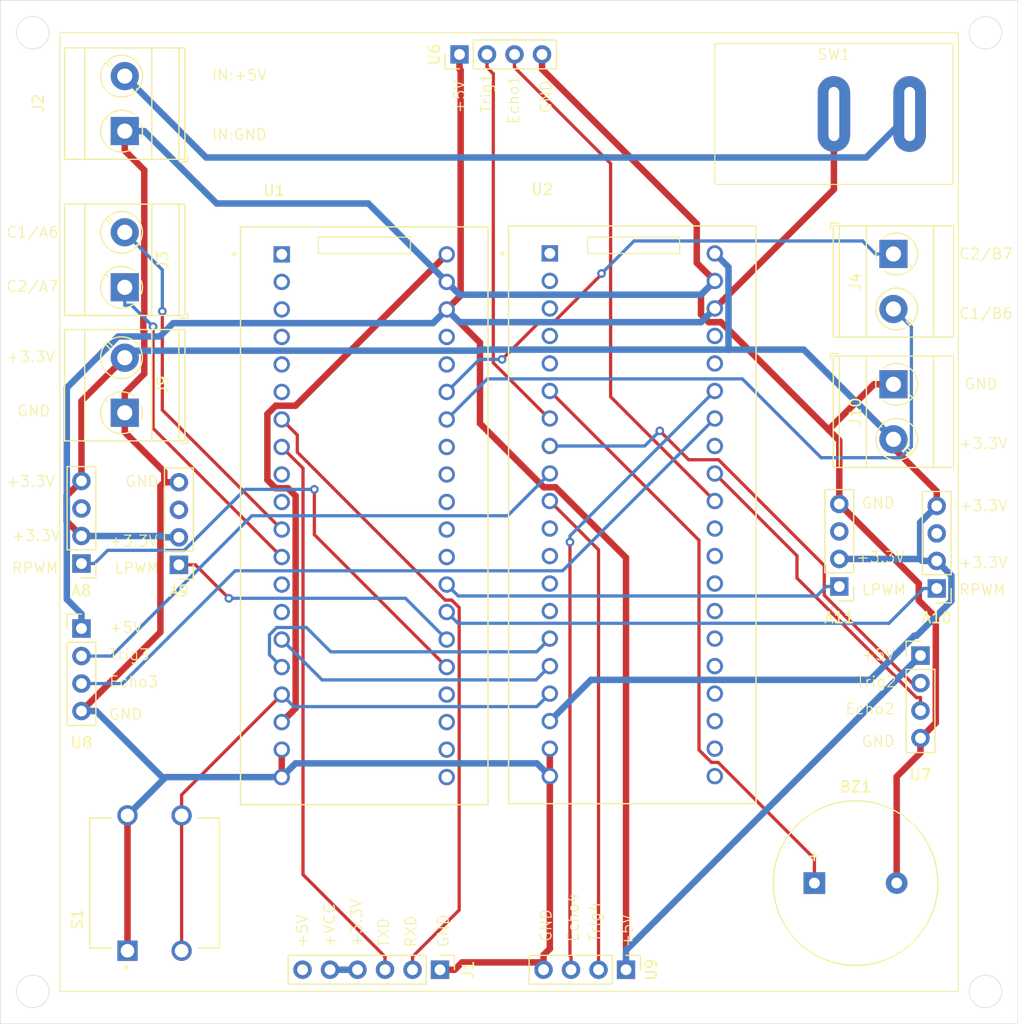
<source format=kicad_pcb>
(kicad_pcb (version 20240108) (generator "pcbnew") (generator_version "8.0")
  (layers (0 "F.Cu" signal) (31 "B.Cu" signal) (34 "B.Paste" user) (35 "F.Paste" user) (36 "B.SilkS" user "B.Silkscreen") (37 "F.SilkS" user "F.Silkscreen") (38 "B.Mask" user) (39 "F.Mask" user) (44 "Edge.Cuts" user))
  (net 0 "")
  (net 1 "/A1_MCU2")
  (net 2 "GND")
  (net 3 "+3.3V")
  (net 4 "+5V")
  (net 5 "/+3.3V_USB")
  (net 6 "/+5V_USB")
  (net 11 "/A2_TX2_MCU1")
  (net 12 "/+3.3V_MCU1")
  (net 13 "/A3_RX2_MCU1")
  (net 14 "+5VL")
  (net 16 "/R")
  (net 18 "/B7_MCU1")
  (net 20 "/A10_MCU1")
  (net 21 "/B6_MCU1")
  (net 27 "/A7_MCU1")
  (net 28 "/A8_MCU1")
  (net 32 "/A11_MCU1")
  (net 34 "/B10_TX3_MCU1")
  (net 35 "/A6_MCU1")
  (net 36 "/A9_MCU1")
  (net 44 "/B10_TX3_MCU2")
  (net 49 "/B3_MCU2")
  (net 54 "/A6_MCU2")
  (net 59 "/A3_MUC2")
  (net 63 "/A4_MCU2")
  (net 64 "/B4_MCU2")
  (net 68 "/B7_MCU2")
  (net 69 "/A5_MCU2")
  (net 71 "/B6_MCU2")
  (net 74 "/A2_MCU2")
  (footprint "Buzzer_Beeper:Buzzer_15x7.5RM7.6" (layer "F.Cu") (at 164.7 119)
    (property "Reference" "BZ1" (at 3.81 -8.89 0) (layer "F.SilkS"))
    (property "Value" "Buzzer")
    (fp_text user "+" (at -0.01 -2.54 0) (layer "F.SilkS"))
    (pad "1" thru_hole rect (at 0 0) (size 2 2) (drill 1) (layers "*.Cu" "*.Mask") (net 1 "/A1_MCU2"))
    (pad "2" thru_hole circle (at 7.6 0) (size 2 2) (drill 1) (layers "*.Cu" "*.Mask") (net 2 "GND"))
  )
  (footprint "STM32_BLUEPILL_KIT:MODULE_ZC323000" (layer "F.Cu") (at 123.12 85.09)
    (property "Reference" "U1" (at -8.325 -30.035 0) (layer "F.SilkS"))
    (property "Value" "ZC323000")
    (pad "1" thru_hole rect (at -7.62 -24.13) (size 1.508 1.508) (drill 1) (layers "*.Cu" "*.Mask"))
    (pad "2" thru_hole circle (at -7.62 -21.59) (size 1.508 1.508) (drill 1) (layers "*.Cu" "*.Mask"))
    (pad "3" thru_hole circle (at -7.62 -19.05) (size 1.508 1.508) (drill 1) (layers "*.Cu" "*.Mask"))
    (pad "4" thru_hole circle (at -7.62 -16.51) (size 1.508 1.508) (drill 1) (layers "*.Cu" "*.Mask"))
    (pad "5" thru_hole circle (at -7.62 -13.97) (size 1.508 1.508) (drill 1) (layers "*.Cu" "*.Mask"))
    (pad "6" thru_hole circle (at -7.62 -11.43) (size 1.508 1.508) (drill 1) (layers "*.Cu" "*.Mask"))
    (pad "7" thru_hole circle (at -7.62 -8.89) (size 1.508 1.508) (drill 1) (layers "*.Cu" "*.Mask") (net 11 "/A2_TX2_MCU1"))
    (pad "8" thru_hole circle (at -7.62 -6.35) (size 1.508 1.508) (drill 1) (layers "*.Cu" "*.Mask") (net 13 "/A3_RX2_MCU1"))
    (pad "9" thru_hole circle (at -7.62 -3.81) (size 1.508 1.508) (drill 1) (layers "*.Cu" "*.Mask"))
    (pad "10" thru_hole circle (at -7.62 -1.27) (size 1.508 1.508) (drill 1) (layers "*.Cu" "*.Mask"))
    (pad "11" thru_hole circle (at -7.62 1.27) (size 1.508 1.508) (drill 1) (layers "*.Cu" "*.Mask") (net 35 "/A6_MCU1"))
    (pad "12" thru_hole circle (at -7.62 3.81) (size 1.508 1.508) (drill 1) (layers "*.Cu" "*.Mask") (net 27 "/A7_MCU1"))
    (pad "13" thru_hole circle (at -7.62 6.35) (size 1.508 1.508) (drill 1) (layers "*.Cu" "*.Mask"))
    (pad "14" thru_hole circle (at -7.62 8.89) (size 1.508 1.508) (drill 1) (layers "*.Cu" "*.Mask"))
    (pad "15" thru_hole circle (at -7.62 11.43) (size 1.508 1.508) (drill 1) (layers "*.Cu" "*.Mask") (net 34 "/B10_TX3_MCU1"))
    (pad "16" thru_hole circle (at -7.62 13.97) (size 1.508 1.508) (drill 1) (layers "*.Cu" "*.Mask") (net 44 "/B10_TX3_MCU2"))
    (pad "17" thru_hole circle (at -7.62 16.51) (size 1.508 1.508) (drill 1) (layers "*.Cu" "*.Mask") (net 16 "/R"))
    (pad "18" thru_hole circle (at -7.62 19.05) (size 1.508 1.508) (drill 1) (layers "*.Cu" "*.Mask") (net 12 "/+3.3V_MCU1"))
    (pad "19" thru_hole circle (at -7.62 21.59) (size 1.508 1.508) (drill 1) (layers "*.Cu" "*.Mask") (net 2 "GND"))
    (pad "20" thru_hole circle (at -7.62 24.13) (size 1.508 1.508) (drill 1) (layers "*.Cu" "*.Mask") (net 2 "GND"))
    (pad "21" thru_hole circle (at 7.62 24.13) (size 1.508 1.508) (drill 1) (layers "*.Cu" "*.Mask"))
    (pad "22" thru_hole circle (at 7.62 21.59) (size 1.508 1.508) (drill 1) (layers "*.Cu" "*.Mask"))
    (pad "23" thru_hole circle (at 7.62 19.05) (size 1.508 1.508) (drill 1) (layers "*.Cu" "*.Mask"))
    (pad "24" thru_hole circle (at 7.62 16.51) (size 1.508 1.508) (drill 1) (layers "*.Cu" "*.Mask"))
    (pad "25" thru_hole circle (at 7.62 13.97) (size 1.508 1.508) (drill 1) (layers "*.Cu" "*.Mask") (net 28 "/A8_MCU1"))
    (pad "26" thru_hole circle (at 7.62 11.43) (size 1.508 1.508) (drill 1) (layers "*.Cu" "*.Mask") (net 36 "/A9_MCU1"))
    (pad "27" thru_hole circle (at 7.62 8.89) (size 1.508 1.508) (drill 1) (layers "*.Cu" "*.Mask") (net 20 "/A10_MCU1"))
    (pad "28" thru_hole circle (at 7.62 6.35) (size 1.508 1.508) (drill 1) (layers "*.Cu" "*.Mask") (net 32 "/A11_MCU1"))
    (pad "29" thru_hole circle (at 7.62 3.81) (size 1.508 1.508) (drill 1) (layers "*.Cu" "*.Mask"))
    (pad "30" thru_hole circle (at 7.62 1.27) (size 1.508 1.508) (drill 1) (layers "*.Cu" "*.Mask"))
    (pad "31" thru_hole circle (at 7.62 -1.27) (size 1.508 1.508) (drill 1) (layers "*.Cu" "*.Mask"))
    (pad "32" thru_hole circle (at 7.62 -3.81) (size 1.508 1.508) (drill 1) (layers "*.Cu" "*.Mask"))
    (pad "33" thru_hole circle (at 7.62 -6.35) (size 1.508 1.508) (drill 1) (layers "*.Cu" "*.Mask"))
    (pad "34" thru_hole circle (at 7.62 -8.89) (size 1.508 1.508) (drill 1) (layers "*.Cu" "*.Mask") (net 21 "/B6_MCU1"))
    (pad "35" thru_hole circle (at 7.62 -11.43) (size 1.508 1.508) (drill 1) (layers "*.Cu" "*.Mask") (net 18 "/B7_MCU1"))
    (pad "36" thru_hole circle (at 7.62 -13.97) (size 1.508 1.508) (drill 1) (layers "*.Cu" "*.Mask"))
    (pad "37" thru_hole circle (at 7.62 -16.51) (size 1.508 1.508) (drill 1) (layers "*.Cu" "*.Mask"))
    (pad "38" thru_hole circle (at 7.62 -19.05) (size 1.508 1.508) (drill 1) (layers "*.Cu" "*.Mask") (net 4 "+5V"))
    (pad "39" thru_hole circle (at 7.62 -21.59) (size 1.508 1.508) (drill 1) (layers "*.Cu" "*.Mask") (net 2 "GND"))
    (pad "40" thru_hole circle (at 7.62 -24.13) (size 1.508 1.508) (drill 1) (layers "*.Cu" "*.Mask") (net 12 "/+3.3V_MCU1"))
  )
  (footprint "Connector_PinHeader_2.54mm:PinHeader_1x04_P2.54mm_Vertical" (layer "F.Cu") (at 97 95.5)
    (property "Reference" "U8" (at 0 10.54 0) (layer "F.SilkS"))
    (property "Value" "~")
    (pad "1" thru_hole rect (at 0 0) (size 1.7 1.7) (drill 1) (layers "*.Cu" "*.Mask") (net 4 "+5V"))
    (pad "2" thru_hole oval (at 0 2.54) (size 1.7 1.7) (drill 1) (layers "*.Cu" "*.Mask") (net 63 "/A4_MCU2"))
    (pad "3" thru_hole oval (at 0 5.08) (size 1.7 1.7) (drill 1) (layers "*.Cu" "*.Mask") (net 71 "/B6_MCU2"))
    (pad "4" thru_hole oval (at 0 7.62) (size 1.7 1.7) (drill 1) (layers "*.Cu" "*.Mask") (net 2 "GND"))
  )
  (footprint "Connector_PinHeader_2.54mm:PinHeader_1x06_P2.54mm_Vertical" (layer "F.Cu") (at 130.12 127 -90)
    (property "Reference" "J1" (at 0 -2.62 90) (layer "F.SilkS"))
    (property "Value" "Conn_01x06_Pin")
    (pad "1" thru_hole rect (at 0 0 270) (size 1.7 1.7) (drill 1) (layers "*.Cu" "*.Mask") (net 2 "GND"))
    (pad "2" thru_hole oval (at 0 2.54 270) (size 1.7 1.7) (drill 1) (layers "*.Cu" "*.Mask") (net 11 "/A2_TX2_MCU1"))
    (pad "3" thru_hole oval (at 0 5.08 270) (size 1.7 1.7) (drill 1) (layers "*.Cu" "*.Mask") (net 13 "/A3_RX2_MCU1"))
    (pad "4" thru_hole oval (at 0 7.62 270) (size 1.7 1.7) (drill 1) (layers "*.Cu" "*.Mask") (net 5 "/+3.3V_USB"))
    (pad "5" thru_hole oval (at 0 10.16 270) (size 1.7 1.7) (drill 1) (layers "*.Cu" "*.Mask") (net 5 "/+3.3V_USB"))
    (pad "6" thru_hole oval (at 0 12.7 270) (size 1.7 1.7) (drill 1) (layers "*.Cu" "*.Mask") (net 6 "/+5V_USB"))
  )
  (footprint "Connector_PinHeader_2.54mm:PinHeader_1x04_P2.54mm_Vertical" (layer "F.Cu") (at 131.92 42.5 90)
    (property "Reference" "U6" (at 0 -2.33 90) (layer "F.SilkS"))
    (property "Value" "~")
    (pad "1" thru_hole rect (at 0 0 90) (size 1.7 1.7) (drill 1) (layers "*.Cu" "*.Mask") (net 4 "+5V"))
    (pad "2" thru_hole oval (at 0 2.54 90) (size 1.7 1.7) (drill 1) (layers "*.Cu" "*.Mask") (net 74 "/A2_MCU2"))
    (pad "3" thru_hole oval (at 0 5.08 90) (size 1.7 1.7) (drill 1) (layers "*.Cu" "*.Mask") (net 49 "/B3_MCU2"))
    (pad "4" thru_hole oval (at 0 7.62 90) (size 1.7 1.7) (drill 1) (layers "*.Cu" "*.Mask") (net 2 "GND"))
  )
  (footprint "TerminalBlock_MetzConnect:TerminalBlock_MetzConnect_Type073_RT02602HBLU_1x02_P5.08mm_Horizontal" (layer "F.Cu") (at 101 75.58 90)
    (property "Reference" "J9" (at 2.58 3.5 90) (layer "F.SilkS"))
    (property "Value" "Conn_01x02_Pin")
    (pad "1" thru_hole rect (at 0 0 90) (size 2.6 2.6) (drill 1.4) (layers "*.Cu" "*.Mask") (net 2 "GND"))
    (pad "2" thru_hole circle (at 5.08 0 90) (size 2.6 2.6) (drill 1.4) (layers "*.Cu" "*.Mask") (net 3 "+3.3V"))
  )
  (footprint "Connector_PinHeader_2.54mm:PinHeader_1x04_P2.54mm_Vertical" (layer "F.Cu") (at 106 89.62 180)
    (property "Reference" "A9" (at 0 -2.42 0) (layer "F.SilkS"))
    (property "Value" "Conn_01x04_Pin")
    (pad "1" thru_hole rect (at 0 0 180) (size 1.7 1.7) (drill 1) (layers "*.Cu" "*.Mask") (net 36 "/A9_MCU1"))
    (pad "2" thru_hole oval (at 0 2.54 180) (size 1.7 1.7) (drill 1) (layers "*.Cu" "*.Mask") (net 3 "+3.3V"))
    (pad "3" thru_hole oval (at 0 5.08 180) (size 1.7 1.7) (drill 1) (layers "*.Cu" "*.Mask"))
    (pad "4" thru_hole oval (at 0 7.62 180) (size 1.7 1.7) (drill 1) (layers "*.Cu" "*.Mask") (net 2 "GND"))
  )
  (footprint "TerminalBlock_MetzConnect:TerminalBlock_MetzConnect_Type073_RT02602HBLU_1x02_P5.08mm_Horizontal" (layer "F.Cu") (at 172 72.955 -90)
    (property "Reference" "J10" (at 2.545 3.5 90) (layer "F.SilkS"))
    (property "Value" "Conn_01x02_Pin")
    (pad "1" thru_hole rect (at 0 0 270) (size 2.6 2.6) (drill 1.4) (layers "*.Cu" "*.Mask") (net 2 "GND"))
    (pad "2" thru_hole circle (at 5.08 0 270) (size 2.6 2.6) (drill 1.4) (layers "*.Cu" "*.Mask") (net 3 "+3.3V"))
  )
  (footprint "Connector_PinHeader_2.54mm:PinHeader_1x04_P2.54mm_Vertical" (layer "F.Cu") (at 174.5 98)
    (property "Reference" "U7" (at 0 11 0) (layer "F.SilkS"))
    (property "Value" "~")
    (pad "1" thru_hole rect (at 0 0) (size 1.7 1.7) (drill 1) (layers "*.Cu" "*.Mask") (net 4 "+5V"))
    (pad "2" thru_hole oval (at 0 2.54) (size 1.7 1.7) (drill 1) (layers "*.Cu" "*.Mask") (net 59 "/A3_MUC2"))
    (pad "3" thru_hole oval (at 0 5.08) (size 1.7 1.7) (drill 1) (layers "*.Cu" "*.Mask") (net 64 "/B4_MCU2"))
    (pad "4" thru_hole oval (at 0 7.62) (size 1.7 1.7) (drill 1) (layers "*.Cu" "*.Mask") (net 2 "GND"))
  )
  (footprint "TerminalBlock_MetzConnect:TerminalBlock_MetzConnect_Type073_RT02602HBLU_1x02_P5.08mm_Horizontal" (layer "F.Cu") (at 101 64 90)
    (property "Reference" "J3" (at 2.5 3.5 90) (layer "F.SilkS"))
    (property "Value" "Conn_01x02_Pin")
    (pad "1" thru_hole rect (at 0 0 90) (size 2.6 2.6) (drill 1.4) (layers "*.Cu" "*.Mask") (net 27 "/A7_MCU1"))
    (pad "2" thru_hole circle (at 5.08 0 90) (size 2.6 2.6) (drill 1.4) (layers "*.Cu" "*.Mask") (net 35 "/A6_MCU1"))
  )
  (footprint "TerminalBlock_MetzConnect:TerminalBlock_MetzConnect_Type073_RT02602HBLU_1x02_P5.08mm_Horizontal" (layer "F.Cu") (at 101 49.58 90)
    (property "Reference" "J2" (at 2.58 -8 90) (layer "F.SilkS"))
    (property "Value" "Conn_01x02_Pin")
    (pad "1" thru_hole rect (at 0 0 90) (size 2.6 2.6) (drill 1.4) (layers "*.Cu" "*.Mask") (net 2 "GND"))
    (pad "2" thru_hole circle (at 5.08 0 90) (size 2.6 2.6) (drill 1.4) (layers "*.Cu" "*.Mask") (net 14 "+5VL"))
  )
  (footprint "Switch_6A:Switch_6A_21x22x15custom" (layer "F.Cu") (at 166.5 43)
    (property "Reference" "SW1" (at 0 -0.5 0) (layer "F.SilkS") (effects (font (thickness 0.1))))
    (property "Value" "SW_DPST_x2")
    (pad "1" thru_hole roundrect (at 0 5) (size 3 7) (drill oval 1 5) (layers "*.Cu" "*.Mask") (roundrect_rratio 0.5) (net 4 "+5V"))
    (pad "2" thru_hole roundrect (at 7 5) (size 3 7) (drill oval 1 5) (layers "*.Cu" "*.Mask") (roundrect_rratio 0.5) (net 14 "+5VL"))
  )
  (footprint "Connector_PinHeader_2.54mm:PinHeader_1x04_P2.54mm_Vertical" (layer "F.Cu") (at 97 89.5 180)
    (property "Reference" "A8" (at 0 -2.5 0) (layer "F.SilkS"))
    (property "Value" "Conn_01x04_Pin")
    (pad "1" thru_hole rect (at 0 0 180) (size 1.7 1.7) (drill 1) (layers "*.Cu" "*.Mask") (net 28 "/A8_MCU1"))
    (pad "2" thru_hole oval (at 0 2.54 180) (size 1.7 1.7) (drill 1) (layers "*.Cu" "*.Mask") (net 3 "+3.3V"))
    (pad "3" thru_hole oval (at 0 5.08 180) (size 1.7 1.7) (drill 1) (layers "*.Cu" "*.Mask"))
    (pad "4" thru_hole oval (at 0 7.62 180) (size 1.7 1.7) (drill 1) (layers "*.Cu" "*.Mask") (net 3 "+3.3V"))
  )
  (footprint "Connector_PinHeader_2.54mm:PinHeader_1x04_P2.54mm_Vertical" (layer "F.Cu") (at 147.3 127 -90)
    (property "Reference" "U9" (at 0 -2.33 90) (layer "F.SilkS"))
    (property "Value" "~")
    (pad "1" thru_hole rect (at 0 0 270) (size 1.7 1.7) (drill 1) (layers "*.Cu" "*.Mask") (net 4 "+5V"))
    (pad "2" thru_hole oval (at 0 2.54 270) (size 1.7 1.7) (drill 1) (layers "*.Cu" "*.Mask") (net 69 "/A5_MCU2"))
    (pad "3" thru_hole oval (at 0 5.08 270) (size 1.7 1.7) (drill 1) (layers "*.Cu" "*.Mask") (net 68 "/B7_MCU2"))
    (pad "4" thru_hole oval (at 0 7.62 270) (size 1.7 1.7) (drill 1) (layers "*.Cu" "*.Mask") (net 2 "GND"))
  )
  (footprint "STM32_BLUEPILL_KIT:MODULE_ZC323000" (layer "F.Cu") (at 147.88 85)
    (property "Reference" "U2" (at -8.325 -30.035 0) (layer "F.SilkS"))
    (property "Value" "ZC323000")
    (pad "1" thru_hole rect (at -7.62 -24.13) (size 1.508 1.508) (drill 1) (layers "*.Cu" "*.Mask"))
    (pad "2" thru_hole circle (at -7.62 -21.59) (size 1.508 1.508) (drill 1) (layers "*.Cu" "*.Mask"))
    (pad "3" thru_hole circle (at -7.62 -19.05) (size 1.508 1.508) (drill 1) (layers "*.Cu" "*.Mask"))
    (pad "4" thru_hole circle (at -7.62 -16.51) (size 1.508 1.508) (drill 1) (layers "*.Cu" "*.Mask"))
    (pad "5" thru_hole circle (at -7.62 -13.97) (size 1.508 1.508) (drill 1) (layers "*.Cu" "*.Mask"))
    (pad "6" thru_hole circle (at -7.62 -11.43) (size 1.508 1.508) (drill 1) (layers "*.Cu" "*.Mask") (net 1 "/A1_MCU2"))
    (pad "7" thru_hole circle (at -7.62 -8.89) (size 1.508 1.508) (drill 1) (layers "*.Cu" "*.Mask") (net 74 "/A2_MCU2"))
    (pad "8" thru_hole circle (at -7.62 -6.35) (size 1.508 1.508) (drill 1) (layers "*.Cu" "*.Mask") (net 59 "/A3_MUC2"))
    (pad "9" thru_hole circle (at -7.62 -3.81) (size 1.508 1.508) (drill 1) (layers "*.Cu" "*.Mask") (net 63 "/A4_MCU2"))
    (pad "10" thru_hole circle (at -7.62 -1.27) (size 1.508 1.508) (drill 1) (layers "*.Cu" "*.Mask") (net 69 "/A5_MCU2"))
    (pad "11" thru_hole circle (at -7.62 1.27) (size 1.508 1.508) (drill 1) (layers "*.Cu" "*.Mask") (net 54 "/A6_MCU2"))
    (pad "12" thru_hole circle (at -7.62 3.81) (size 1.508 1.508) (drill 1) (layers "*.Cu" "*.Mask"))
    (pad "13" thru_hole circle (at -7.62 6.35) (size 1.508 1.508) (drill 1) (layers "*.Cu" "*.Mask"))
    (pad "14" thru_hole circle (at -7.62 8.89) (size 1.508 1.508) (drill 1) (layers "*.Cu" "*.Mask"))
    (pad "15" thru_hole circle (at -7.62 11.43) (size 1.508 1.508) (drill 1) (layers "*.Cu" "*.Mask") (net 44 "/B10_TX3_MCU2"))
    (pad "16" thru_hole circle (at -7.62 13.97) (size 1.508 1.508) (drill 1) (layers "*.Cu" "*.Mask") (net 34 "/B10_TX3_MCU1"))
    (pad "17" thru_hole circle (at -7.62 16.51) (size 1.508 1.508) (drill 1) (layers "*.Cu" "*.Mask") (net 16 "/R"))
    (pad "18" thru_hole circle (at -7.62 19.05) (size 1.508 1.508) (drill 1) (layers "*.Cu" "*.Mask") (net 3 "+3.3V"))
    (pad "19" thru_hole circle (at -7.62 21.59) (size 1.508 1.508) (drill 1) (layers "*.Cu" "*.Mask") (net 2 "GND"))
    (pad "20" thru_hole circle (at -7.62 24.13) (size 1.508 1.508) (drill 1) (layers "*.Cu" "*.Mask") (net 2 "GND"))
    (pad "21" thru_hole circle (at 7.62 24.13) (size 1.508 1.508) (drill 1) (layers "*.Cu" "*.Mask"))
    (pad "22" thru_hole circle (at 7.62 21.59) (size 1.508 1.508) (drill 1) (layers "*.Cu" "*.Mask"))
    (pad "23" thru_hole circle (at 7.62 19.05) (size 1.508 1.508) (drill 1) (layers "*.Cu" "*.Mask"))
    (pad "24" thru_hole circle (at 7.62 16.51) (size 1.508 1.508) (drill 1) (layers "*.Cu" "*.Mask"))
    (pad "25" thru_hole circle (at 7.62 13.97) (size 1.508 1.508) (drill 1) (layers "*.Cu" "*.Mask"))
    (pad "26" thru_hole circle (at 7.62 11.43) (size 1.508 1.508) (drill 1) (layers "*.Cu" "*.Mask"))
    (pad "27" thru_hole circle (at 7.62 8.89) (size 1.508 1.508) (drill 1) (layers "*.Cu" "*.Mask"))
    (pad "28" thru_hole circle (at 7.62 6.35) (size 1.508 1.508) (drill 1) (layers "*.Cu" "*.Mask"))
    (pad "29" thru_hole circle (at 7.62 3.81) (size 1.508 1.508) (drill 1) (layers "*.Cu" "*.Mask"))
    (pad "30" thru_hole circle (at 7.62 1.27) (size 1.508 1.508) (drill 1) (layers "*.Cu" "*.Mask"))
    (pad "31" thru_hole circle (at 7.62 -1.27) (size 1.508 1.508) (drill 1) (layers "*.Cu" "*.Mask") (net 49 "/B3_MCU2"))
    (pad "32" thru_hole circle (at 7.62 -3.81) (size 1.508 1.508) (drill 1) (layers "*.Cu" "*.Mask") (net 64 "/B4_MCU2"))
    (pad "33" thru_hole circle (at 7.62 -6.35) (size 1.508 1.508) (drill 1) (layers "*.Cu" "*.Mask"))
    (pad "34" thru_hole circle (at 7.62 -8.89) (size 1.508 1.508) (drill 1) (layers "*.Cu" "*.Mask") (net 71 "/B6_MCU2"))
    (pad "35" thru_hole circle (at 7.62 -11.43) (size 1.508 1.508) (drill 1) (layers "*.Cu" "*.Mask") (net 68 "/B7_MCU2"))
    (pad "36" thru_hole circle (at 7.62 -13.97) (size 1.508 1.508) (drill 1) (layers "*.Cu" "*.Mask"))
    (pad "37" thru_hole circle (at 7.62 -16.51) (size 1.508 1.508) (drill 1) (layers "*.Cu" "*.Mask"))
    (pad "38" thru_hole circle (at 7.62 -19.05) (size 1.508 1.508) (drill 1) (layers "*.Cu" "*.Mask") (net 4 "+5V"))
    (pad "39" thru_hole circle (at 7.62 -21.59) (size 1.508 1.508) (drill 1) (layers "*.Cu" "*.Mask") (net 2 "GND"))
    (pad "40" thru_hole circle (at 7.62 -24.13) (size 1.508 1.508) (drill 1) (layers "*.Cu" "*.Mask") (net 3 "+3.3V"))
  )
  (footprint "Connector_PinHeader_2.54mm:PinHeader_1x04_P2.54mm_Vertical" (layer "F.Cu") (at 176 91.8 180)
    (property "Reference" "A10" (at 0 -2.7 0) (layer "F.SilkS"))
    (property "Value" "Conn_01x04_Pin")
    (pad "1" thru_hole rect (at 0 0 180) (size 1.7 1.7) (drill 1) (layers "*.Cu" "*.Mask") (net 20 "/A10_MCU1"))
    (pad "2" thru_hole oval (at 0 2.54 180) (size 1.7 1.7) (drill 1) (layers "*.Cu" "*.Mask") (net 3 "+3.3V"))
    (pad "3" thru_hole oval (at 0 5.08 180) (size 1.7 1.7) (drill 1) (layers "*.Cu" "*.Mask"))
    (pad "4" thru_hole oval (at 0 7.62 180) (size 1.7 1.7) (drill 1) (layers "*.Cu" "*.Mask") (net 3 "+3.3V"))
  )
  (footprint "B3F-4055:SW_B3F-4055" (layer "F.Cu") (at 103.75 119 90)
    (property "Reference" "S1" (at -3.325 -7.135 90) (layer "F.SilkS"))
    (property "Value" "B3F-4055")
    (pad "" np_thru_hole circle (at 0 -4.5 90) (size 1.85 1.85) (drill 1.85) (layers "*.Cu" "*.Mask"))
    (pad "" np_thru_hole circle (at 0 4.5 90) (size 1.85 1.85) (drill 1.85) (layers "*.Cu" "*.Mask"))
    (pad "1" thru_hole rect (at -6.25 -2.5 90) (size 1.875 1.875) (drill 1.25) (layers "*.Cu" "*.Mask") (net 2 "GND"))
    (pad "2" thru_hole circle (at 6.25 -2.5 90) (size 1.875 1.875) (drill 1.25) (layers "*.Cu" "*.Mask") (net 2 "GND"))
    (pad "3" thru_hole circle (at -6.25 2.5 90) (size 1.875 1.875) (drill 1.25) (layers "*.Cu" "*.Mask") (net 16 "/R"))
    (pad "4" thru_hole circle (at 6.25 2.5 90) (size 1.875 1.875) (drill 1.25) (layers "*.Cu" "*.Mask") (net 16 "/R"))
  )
  (footprint "TerminalBlock_MetzConnect:TerminalBlock_MetzConnect_Type073_RT02602HBLU_1x02_P5.08mm_Horizontal" (layer "F.Cu") (at 172 60.92 -90)
    (property "Reference" "J4" (at 2.58 3.5 90) (layer "F.SilkS"))
    (property "Value" "Conn_01x02_Pin")
    (pad "1" thru_hole rect (at 0 0 270) (size 2.6 2.6) (drill 1.4) (layers "*.Cu" "*.Mask") (net 18 "/B7_MCU1"))
    (pad "2" thru_hole circle (at 5.08 0 270) (size 2.6 2.6) (drill 1.4) (layers "*.Cu" "*.Mask") (net 21 "/B6_MCU1"))
  )
  (footprint "Connector_PinHeader_2.54mm:PinHeader_1x04_P2.54mm_Vertical" (layer "F.Cu") (at 167 91.62 180)
    (property "Reference" "A11" (at 0 -2.88 0) (layer "F.SilkS"))
    (property "Value" "Conn_01x04_Pin")
    (pad "1" thru_hole rect (at 0 0 180) (size 1.7 1.7) (drill 1) (layers "*.Cu" "*.Mask") (net 32 "/A11_MCU1"))
    (pad "2" thru_hole oval (at 0 2.54 180) (size 1.7 1.7) (drill 1) (layers "*.Cu" "*.Mask") (net 3 "+3.3V"))
    (pad "3" thru_hole oval (at 0 5.08 180) (size 1.7 1.7) (drill 1) (layers "*.Cu" "*.Mask"))
    (pad "4" thru_hole oval (at 0 7.62 180) (size 1.7 1.7) (drill 1) (layers "*.Cu" "*.Mask") (net 2 "GND"))
  )
  (gr_rect (start 95 40.5) (end 178 129) (stroke (width 0.1)) (fill none) (layer "F.SilkS"))
  (gr_rect (start 118.88 59.37) (end 127.38 60.87) (stroke (width 0.1)) (fill none) (layer "F.SilkS"))
  (gr_rect (start 143.75 59.37) (end 152.25 60.87) (stroke (width 0.1)) (fill none) (layer "F.SilkS"))
  (gr_circle (center 92.5 40.5) (end 94 40.5) (stroke (width 0.05)) (fill none) (layer "Edge.Cuts"))
  (gr_circle (center 92.5 129) (end 94 129) (stroke (width 0.05)) (fill none) (layer "Edge.Cuts"))
  (gr_circle (center 180.5 129) (end 182 129) (stroke (width 0.05)) (fill none) (layer "Edge.Cuts"))
  (gr_circle (center 180.5 40.5) (end 182 40.5) (stroke (width 0.05)) (fill none) (layer "Edge.Cuts"))
  (gr_rect (start 89.5 37.5) (end 183.5 132) (stroke (width 0.05)) (fill none) (layer "Edge.Cuts"))
  (gr_text "C2/B7" (at 178 61.5 0) (layer "F.SilkS") (effects (font (size 1 1) (thickness 0.1)) (justify left bottom)))
  (gr_text "+5V" (at 132.5 48 90) (layer "F.SilkS") (effects (font (size 1 1) (thickness 0.1)) (justify left bottom)))
  (gr_text "RXD" (at 128 125 90) (layer "F.SilkS") (effects (font (size 1 1) (thickness 0.1)) (justify left bottom)))
  (gr_text "+5V" (at 148 125 90) (layer "F.SilkS") (effects (font (size 1 1) (thickness 0.1)) (justify left bottom)))
  (gr_text "+5V" (at 99.5 96 0) (layer "F.SilkS") (effects (font (size 1 1) (thickness 0.1)) (justify left bottom)))
  (gr_text "+3.3V" (at 99.5 88 0) (layer "F.SilkS") (effects (font (size 1 1) (thickness 0.1)) (justify left bottom)))
  (gr_text "Echo1" (at 137.5 49 90) (layer "F.SilkS") (effects (font (size 1 1) (thickness 0.1)) (justify left bottom)))
  (gr_text "GND" (at 91 76 0) (layer "F.SilkS") (effects (font (size 1 1) (thickness 0.1)) (justify left bottom)))
  (gr_text "+3.3V" (at 178 79 0) (layer "F.SilkS") (effects (font (size 1 1) (thickness 0.1)) (justify left bottom)))
  (gr_text "C1/A6" (at 90 59.5 0) (layer "F.SilkS") (effects (font (size 1 1) (thickness 0.1)) (justify left bottom)))
  (gr_text "Echo2" (at 167.5 103.5 0) (layer "F.SilkS") (effects (font (size 1 1) (thickness 0.1)) (justify left bottom)))
  (gr_text "+3.3V" (at 123 125 90) (layer "F.SilkS") (effects (font (size 1 1) (thickness 0.1)) (justify left bottom)))
  (gr_text "IN:GND" (at 109 50.5 0) (layer "F.SilkS") (effects (font (size 1 1) (thickness 0.1)) (justify left bottom)))
  (gr_text "GND" (at 169 106.5 0) (layer "F.SilkS") (effects (font (size 1 1) (thickness 0.1)) (justify left bottom)))
  (gr_text "C1/B6" (at 178 67 0) (layer "F.SilkS") (effects (font (size 1 1) (thickness 0.1)) (justify left bottom)))
  (gr_text "+3.3V" (at 178 84.75 0) (layer "F.SilkS") (effects (font (size 1 1) (thickness 0.1)) (justify left bottom)))
  (gr_text "Trig1" (at 135 48 90) (layer "F.SilkS") (effects (font (size 1 1) (thickness 0.1)) (justify left bottom)))
  (gr_text "Trig3" (at 99.5 98.5 0) (layer "F.SilkS") (effects (font (size 1 1) (thickness 0.1)) (justify left bottom)))
  (gr_text "LPWM" (at 169 92.5 0) (layer "F.SilkS") (effects (font (size 1 1) (thickness 0.1)) (justify left bottom)))
  (gr_text "GND" (at 101 82.5 0) (layer "F.SilkS") (effects (font (size 1 1) (thickness 0.1)) (justify left bottom)))
  (gr_text "Trig4" (at 145 124.5 90) (layer "F.SilkS") (effects (font (size 1 1) (thickness 0.1)) (justify left bottom)))
  (gr_text "IN:+5V" (at 109 45 0) (layer "F.SilkS") (effects (font (size 1 1) (thickness 0.1)) (justify left bottom)))
  (gr_text "+5V" (at 118 125 90) (layer "F.SilkS") (effects (font (size 1 1) (thickness 0.1)) (justify left bottom)))
  (gr_text "Echo3" (at 99.5 101 0) (layer "F.SilkS") (effects (font (size 1 1) (thickness 0.1)) (justify left bottom)))
  (gr_text "RPWM" (at 90.5 90.5 0) (layer "F.SilkS") (effects (font (size 1 1) (thickness 0.1)) (justify left bottom)))
  (gr_text "GND" (at 140.5 124.5 90) (layer "F.SilkS") (effects (font (size 1 1) (thickness 0.1)) (justify left bottom)))
  (gr_text "GND" (at 140.5 48 90) (layer "F.SilkS") (effects (font (size 1 1) (thickness 0.1)) (justify left bottom)))
  (gr_text "GND" (at 178.5 73.5 0) (layer "F.SilkS") (effects (font (size 1 1) (thickness 0.1)) (justify left bottom)))
  (gr_text "TXD" (at 125.5 125 90) (layer "F.SilkS") (effects (font (size 1 1) (thickness 0.1)) (justify left bottom)))
  (gr_text "+5V" (at 169 98.5 0) (layer "F.SilkS") (effects (font (size 1 1) (thickness 0.1)) (justify left bottom)))
  (gr_text "C2/A7" (at 90 64.5 0) (layer "F.SilkS") (effects (font (size 1 1) (thickness 0.1)) (justify left bottom)))
  (gr_text "Trig2" (at 168.5 101 0) (layer "F.SilkS") (effects (font (size 1 1) (thickness 0.1)) (justify left bottom)))
  (gr_text "LPWM" (at 100 90.5 0) (layer "F.SilkS") (effects (font (size 1 1) (thickness 0.1)) (justify left bottom)))
  (gr_text "GND" (at 131 125 90) (layer "F.SilkS") (effects (font (size 1 1) (thickness 0.1)) (justify left bottom)))
  (gr_text "GND" (at 99.5 104 0) (layer "F.SilkS") (effects (font (size 1 1) (thickness 0.1)) (justify left bottom)))
  (gr_text "+VCC" (at 120.5 125 90) (layer "F.SilkS") (effects (font (size 1 1) (thickness 0.1)) (justify left bottom)))
  (gr_text "+3.3V" (at 90 82.5 0) (layer "F.SilkS") (effects (font (size 1 1) (thickness 0.1)) (justify left bottom)))
  (gr_text "GND" (at 169 84.5 0) (layer "F.SilkS") (effects (font (size 1 1) (thickness 0.1)) (justify left bottom)))
  (gr_text "+3.3V" (at 90 71 0) (layer "F.SilkS") (effects (font (size 1 1) (thickness 0.1)) (justify left bottom)))
  (gr_text "+3.3V" (at 178 90 0) (layer "F.SilkS") (effects (font (size 1 1) (thickness 0.1)) (justify left bottom)))
  (gr_text "Echo4" (at 143 124.5 90) (layer "F.SilkS") (effects (font (size 1 1) (thickness 0.1)) (justify left bottom)))
  (gr_text "+3.3V" (at 168.5 89.5 0) (layer "F.SilkS") (effects (font (size 1 1) (thickness 0.1)) (justify left bottom)))
  (gr_text "+3.3V" (at 90.5 87.5 0) (layer "F.SilkS") (effects (font (size 1 1) (thickness 0.1)) (justify left bottom)))
  (gr_text "RPWM" (at 178 92.5 0) (layer "F.SilkS") (effects (font (size 1 1) (thickness 0.1)) (justify left bottom)))
  (segment (start 154.0421 87.3521) (end 154.0421 106.7127) (width 0.3) (layer "F.Cu") (net 1))
  (segment (start 140.26 73.57) (end 154.0421 87.3521) (width 0.3) (layer "F.Cu") (net 1))
  (segment (start 164.7 116.7516) (end 164.7 119) (width 0.3) (layer "F.Cu") (net 1))
  (segment (start 155.8084 107.86) (end 164.7 116.7516) (width 0.3) (layer "F.Cu") (net 1))
  (segment (start 155.1894 107.86) (end 155.8084 107.86) (width 0.3) (layer "F.Cu") (net 1))
  (segment (start 154.0421 106.7127) (end 155.1894 107.86) (width 0.3) (layer "F.Cu") (net 1))
  (segment (start 174.5 105.62) (end 174.5 106.9717) (width 0.6) (layer "F.Cu") (net 2))
  (segment (start 167 78.145) (end 167 84) (width 0.6) (layer "F.Cu") (net 2))
  (segment (start 154.2239 66.5048) (end 154.9391 67.22) (width 0.6) (layer "F.Cu") (net 2))
  (segment (start 139.54 42.5) (end 139.54 43.8517) (width 0.6) (layer "F.Cu") (net 2))
  (segment (start 104.2908 82.359) (end 104.2908 95.8292) (width 0.6) (layer "F.Cu") (net 2))
  (segment (start 155.5 63.41) (end 153.8337 61.7437) (width 0.6) (layer "F.Cu") (net 2))
  (segment (start 170.1983 72.955) (end 166.0042 77.1491) (width 0.6) (layer "F.Cu") (net 2))
  (segment (start 102.7131 66.5307) (end 102.7131 68.0054) (width 0.6) (layer "F.Cu") (net 2))
  (segment (start 153.8337 58.1454) (end 139.54 43.8517) (width 0.6) (layer "F.Cu") (net 2))
  (segment (start 115.5 109.22) (end 115.5 106.68) (width 0.6) (layer "F.Cu") (net 2))
  (segment (start 166.0042 77.1491) (end 167 78.145) (width 0.6) (layer "F.Cu") (net 2))
  (segment (start 102.8017 53.1834) (end 102.8017 66.4421) (width 0.6) (layer "F.Cu") (net 2))
  (segment (start 175.913 94.4786) (end 175.913 104.207) (width 0.6) (layer "F.Cu") (net 2))
  (segment (start 132.1476 126.3241) (end 131.4717 127) (width 0.6) (layer "F.Cu") (net 2))
  (segment (start 140.26 109.13) (end 140.26 125.0683) (width 0.6) (layer "F.Cu") (net 2))
  (segment (start 156.075 67.22) (end 166.0042 77.1491) (width 0.6) (layer "F.Cu") (net 2))
  (segment (start 155.5 63.41) (end 154.2239 64.6861) (width 0.6) (layer "F.Cu") (net 2))
  (segment (start 101 49.58) (end 101 51.3817) (width 0.6) (layer "F.Cu") (net 2))
  (segment (start 140.26 125.0683) (end 139.68 125.6483) (width 0.6) (layer "F.Cu") (net 2))
  (segment (start 153.8337 61.7437) (end 153.8337 58.1454) (width 0.6) (layer "F.Cu") (net 2))
  (segment (start 154.9391 67.22) (end 156.075 67.22) (width 0.6) (layer "F.Cu") (net 2))
  (segment (start 101 75.58) (end 101 77.3817) (width 0.6) (layer "F.Cu") (net 2))
  (segment (start 104.6483 81.03) (end 101 77.3817) (width 0.6) (layer "F.Cu") (net 2))
  (segment (start 174.3405 92.9061) (end 175.913 94.4786) (width 0.6) (layer "F.Cu") (net 2))
  (segment (start 104.6483 82) (end 104.6483 81.03) (width 0.6) (layer "F.Cu") (net 2))
  (segment (start 101.25 125.25) (end 101.25 112.75) (width 0.6) (layer "F.Cu") (net 2))
  (segment (start 101 75.58) (end 101 73.7783) (width 0.6) (layer "F.Cu") (net 2))
  (segment (start 174.3405 91.3405) (end 174.3405 92.9061) (width 0.6) (layer "F.Cu") (net 2))
  (segment (start 174.5 106.9717) (end 172.3 109.1717) (width 0.6) (layer "F.Cu") (net 2))
  (segment (start 167 84) (end 174.3405 91.3405) (width 0.6) (layer "F.Cu") (net 2))
  (segment (start 139.68 127) (end 139.68 126.3241) (width 0.6) (layer "F.Cu") (net 2))
  (segment (start 102.8017 68.094) (end 102.8017 71.9766) (width 0.6) (layer "F.Cu") (net 2))
  (segment (start 104.6498 82) (end 104.2908 82.359) (width 0.6) (layer "F.Cu") (net 2))
  (segment (start 104.6498 82) (end 104.6483 82) (width 0.6) (layer "F.Cu") (net 2))
  (segment (start 175.913 104.207) (end 174.5 105.62) (width 0.6) (layer "F.Cu") (net 2))
  (segment (start 104.8492 82) (end 104.6498 82) (width 0.6) (layer "F.Cu") (net 2))
  (segment (start 154.2239 64.6861) (end 154.2239 66.5048) (width 0.6) (layer "F.Cu") (net 2))
  (segment (start 140.26 106.59) (end 140.26 109.13) (width 0.6) (layer "F.Cu") (net 2))
  (segment (start 172.3 109.1717) (end 172.3 119) (width 0.6) (layer "F.Cu") (net 2))
  (segment (start 106 82) (end 104.8492 82) (width 0.6) (layer "F.Cu") (net 2))
  (segment (start 101 51.3817) (end 102.8017 53.1834) (width 0.6) (layer "F.Cu") (net 2))
  (segment (start 139.68 126.3241) (end 139.68 125.6483) (width 0.6) (layer "F.Cu") (net 2))
  (segment (start 172 72.955) (end 170.1983 72.955) (width 0.6) (layer "F.Cu") (net 2))
  (segment (start 102.7131 68.0054) (end 102.8017 68.094) (width 0.6) (layer "F.Cu") (net 2))
  (segment (start 139.68 126.3241) (end 132.1476 126.3241) (width 0.6) (layer "F.Cu") (net 2))
  (segment (start 102.8017 66.4421) (end 102.7131 66.5307) (width 0.6) (layer "F.Cu") (net 2))
  (segment (start 102.8017 71.9766) (end 101 73.7783) (width 0.6) (layer "F.Cu") (net 2))
  (segment (start 130.12 127) (end 131.4717 127) (width 0.6) (layer "F.Cu") (net 2))
  (segment (start 104.2908 95.8292) (end 97 103.12) (width 0.6) (layer "F.Cu") (net 2))
  (segment (start 97 103.12) (end 98.3517 103.12) (width 0.6) (layer "B.Cu") (net 2))
  (segment (start 101.25 112.75) (end 104.6159 109.3841) (width 0.6) (layer "B.Cu") (net 2))
  (segment (start 131.9199 64.6799) (end 154.2301 64.6799) (width 0.6) (layer "B.Cu") (net 2))
  (segment (start 109.4815 56.2598) (end 123.4998 56.2598) (width 0.6) (layer "B.Cu") (net 2))
  (segment (start 104.6159 109.3841) (end 104.78 109.22) (width 0.6) (layer "B.Cu") (net 2))
  (segment (start 116.77 107.95) (end 139.08 107.95) (width 0.6) (layer "B.Cu") (net 2))
  (segment (start 104.6159 109.3841) (end 98.3517 103.12) (width 0.6) (layer "B.Cu") (net 2))
  (segment (start 104.78 109.22) (end 115.5 109.22) (width 0.6) (layer "B.Cu") (net 2))
  (segment (start 123.4998 56.2598) (end 130.74 63.5) (width 0.6) (layer "B.Cu") (net 2))
  (segment (start 139.08 107.95) (end 140.26 109.13) (width 0.6) (layer "B.Cu") (net 2))
  (segment (start 154.2301 64.6799) (end 155.5 63.41) (width 0.6) (layer "B.Cu") (net 2))
  (segment (start 130.74 63.5) (end 131.9199 64.6799) (width 0.6) (layer "B.Cu") (net 2))
  (segment (start 115.5 109.22) (end 116.77 107.95) (width 0.6) (layer "B.Cu") (net 2))
  (segment (start 102.8017 49.58) (end 109.4815 56.2598) (width 0.6) (layer "B.Cu") (net 2))
  (segment (start 101 49.58) (end 102.8017 49.58) (width 0.6) (layer "B.Cu") (net 2))
  (segment (start 172 78.8283) (end 172 78.035) (width 0.6) (layer "F.Cu") (net 3))
  (segment (start 97 81.88) (end 97 74.5) (width 0.6) (layer "F.Cu") (net 3))
  (segment (start 97 74.5) (end 101 70.5) (width 0.6) (layer "F.Cu") (net 3))
  (segment (start 95.6302 83.2498) (end 97 81.88) (width 0.6) (layer "F.Cu") (net 3))
  (segment (start 95.6302 85.5902) (end 95.6302 83.2498) (width 0.6) (layer "F.Cu") (net 3))
  (segment (start 97 86.96) (end 95.6302 85.5902) (width 0.6) (layer "F.Cu") (net 3))
  (segment (start 176 82.8283) (end 172 78.8283) (width 0.6) (layer "F.Cu") (net 3))
  (segment (start 176 84.18) (end 176 82.8283) (width 0.6) (layer "F.Cu") (net 3))
  (segment (start 133.8066 69.7533) (end 133.7099 69.85) (width 0.6) (layer "B.Cu") (net 3))
  (segment (start 97 86.96) (end 104.5283 86.96) (width 0.6) (layer "B.Cu") (net 3))
  (segment (start 156.7647 69.7533) (end 156.7647 62.1347) (width 0.6) (layer "B.Cu") (net 3))
  (segment (start 156.7647 62.1347) (end 155.5 60.87) (width 0.6) (layer "B.Cu") (net 3))
  (segment (start 104.5283 86.96) (end 104.6483 87.08) (width 0.6) (layer "B.Cu") (net 3))
  (segment (start 177.3517 90.6117) (end 176 89.26) (width 0.6) (layer "B.Cu") (net 3))
  (segment (start 163.7183 69.7533) (end 156.7647 69.7533) (width 0.6) (layer "B.Cu") (net 3))
  (segment (start 101.65 69.85) (end 101 70.5) (width 0.6) (layer "B.Cu") (net 3))
  (segment (start 177.3517 92.9522) (end 177.3517 90.6117) (width 0.6) (layer "B.Cu") (net 3))
  (segment (start 169.8504 100.24) (end 173.9342 96.1562) (width 0.6) (layer "B.Cu") (net 3))
  (segment (start 133.7099 69.85) (end 101.65 69.85) (width 0.6) (layer "B.Cu") (net 3))
  (segment (start 167 89.08) (end 174.4683 89.08) (width 0.6) (layer "B.Cu") (net 3))
  (segment (start 174.4683 89.08) (end 174.6483 89.26) (width 0.6) (layer "B.Cu") (net 3))
  (segment (start 174.4683 85.7117) (end 176 84.18) (width 0.6) (layer "B.Cu") (net 3))
  (segment (start 174.4683 89.08) (end 174.4683 85.7117) (width 0.6) (layer "B.Cu") (net 3))
  (segment (start 176 89.26) (end 174.6483 89.26) (width 0.6) (layer "B.Cu") (net 3))
  (segment (start 173.9342 96.1562) (end 174.1477 96.1562) (width 0.6) (layer "B.Cu") (net 3))
  (segment (start 174.1477 96.1562) (end 177.3517 92.9522) (width 0.6) (layer "B.Cu") (net 3))
  (segment (start 140.26 104.05) (end 144.07 100.24) (width 0.6) (layer "B.Cu") (net 3))
  (segment (start 156.7647 69.7533) (end 133.8066 69.7533) (width 0.6) (layer "B.Cu") (net 3))
  (segment (start 144.07 100.24) (end 169.8504 100.24) (width 0.6) (layer "B.Cu") (net 3))
  (segment (start 106 87.08) (end 104.6483 87.08) (width 0.6) (layer "B.Cu") (net 3))
  (segment (start 172 78.035) (end 163.7183 69.7533) (width 0.6) (layer "B.Cu") (net 3))
  (segment (start 131.92 42.5) (end 131.92 43.8517) (width 0.6) (layer "F.Cu") (net 4))
  (segment (start 166.5 48) (end 166.5 54.95) (width 0.6) (layer "F.Cu") (net 4))
  (segment (start 131.92 43.8517) (end 132.0258 43.9575) (width 0.6) (layer "F.Cu") (net 4))
  (segment (start 133.8098 69.1098) (end 130.74 66.04) (width 0.6) (layer "F.Cu") (net 4))
  (segment (start 147.3 88.965) (end 140.795 82.46) (width 0.6) (layer "F.Cu") (net 4))
  (segment (start 166.5 54.95) (end 155.5 65.95) (width 0.6) (layer "F.Cu") (net 4))
  (segment (start 132.0258 64.7542) (end 130.74 66.04) (width 0.6) (layer "F.Cu") (net 4))
  (segment (start 139.7034 82.46) (end 133.8098 76.5664) (width 0.6) (layer "F.Cu") (net 4))
  (segment (start 147.3 127) (end 147.3 88.965) (width 0.6) (layer "F.Cu") (net 4))
  (segment (start 133.8098 76.5664) (end 133.8098 69.1098) (width 0.6) (layer "F.Cu") (net 4))
  (segment (start 140.795 82.46) (end 139.7034 82.46) (width 0.6) (layer "F.Cu") (net 4))
  (segment (start 132.0258 43.9575) (end 132.0258 64.7542) (width 0.6) (layer "F.Cu") (net 4))
  (segment (start 147.3 125.2) (end 174.5 98) (width 0.6) (layer "B.Cu") (net 4))
  (segment (start 95.6483 92.7966) (end 97 94.1483) (width 0.6) (layer "B.Cu") (net 4))
  (segment (start 105.4674 67.31) (end 104.2367 68.5407) (width 0.6) (layer "B.Cu") (net 4))
  (segment (start 147.3 127) (end 147.3 125.2) (width 0.6) (layer "B.Cu") (net 4))
  (segment (start 95.6483 73.2744) (end 95.6483 92.7966) (width 0.6) (layer "B.Cu") (net 4))
  (segment (start 100.382 68.5407) (end 95.6483 73.2744) (width 0.6) (layer "B.Cu") (net 4))
  (segment (start 155.5 65.95) (end 154.23 67.22) (width 0.6) (layer "B.Cu") (net 4))
  (segment (start 130.74 66.04) (end 129.47 67.31) (width 0.6) (layer "B.Cu") (net 4))
  (segment (start 97 95.5) (end 97 94.1483) (width 0.6) (layer "B.Cu") (net 4))
  (segment (start 154.23 67.22) (end 131.92 67.22) (width 0.6) (layer "B.Cu") (net 4))
  (segment (start 129.47 67.31) (end 105.4674 67.31) (width 0.6) (layer "B.Cu") (net 4))
  (segment (start 131.92 67.22) (end 130.74 66.04) (width 0.6) (layer "B.Cu") (net 4))
  (segment (start 104.2367 68.5407) (end 100.382 68.5407) (width 0.6) (layer "B.Cu") (net 4))
  (segment (start 122.5 127) (end 119.96 127) (width 0.6) (layer "B.Cu") (net 5))
  (segment (start 127.58 127) (end 127.58 125.7983) (width 0.3) (layer "F.Cu") (net 11))
  (segment (start 131.8901 93.5663) (end 131.1969 92.8731) (width 0.3) (layer "F.Cu") (net 11))
  (segment (start 131.1969 92.8731) (end 130.5888 92.8731) (width 0.3) (layer "F.Cu") (net 11))
  (segment (start 116.9358 79.2201) (end 116.9358 77.6358) (width 0.3) (layer "F.Cu") (net 11))
  (segment (start 130.5888 92.8731) (end 116.9358 79.2201) (width 0.3) (layer "F.Cu") (net 11))
  (segment (start 127.58 125.7983) (end 131.8901 121.4882) (width 0.3) (layer "F.Cu") (net 11))
  (segment (start 131.8901 121.4882) (end 131.8901 93.5663) (width 0.3) (layer "F.Cu") (net 11))
  (segment (start 116.9358 77.6358) (end 115.5 76.2) (width 0.3) (layer "F.Cu") (net 11))
  (segment (start 116.075 82.55) (end 116.784 83.259) (width 0.6) (layer "F.Cu") (net 12))
  (segment (start 114.9429 82.55) (end 116.075 82.55) (width 0.6) (layer "F.Cu") (net 12))
  (segment (start 114.172 75.6993) (end 114.172 81.7791) (width 0.6) (layer "F.Cu") (net 12))
  (segment (start 116.784 83.259) (end 116.784 102.856) (width 0.6) (layer "F.Cu") (net 12))
  (segment (start 116.77 74.93) (end 114.9413 74.93) (width 0.6) (layer "F.Cu") (net 12))
  (segment (start 114.9413 74.93) (end 114.172 75.6993) (width 0.6) (layer "F.Cu") (net 12))
  (segment (start 114.172 81.7791) (end 114.9429 82.55) (width 0.6) (layer "F.Cu") (net 12))
  (segment (start 130.74 60.96) (end 116.77 74.93) (width 0.6) (layer "F.Cu") (net 12))
  (segment (start 116.784 102.856) (end 115.5 104.14) (width 0.6) (layer "F.Cu") (net 12))
  (segment (start 125.04 125.7983) (end 117.4639 118.2222) (width 0.3) (layer "F.Cu") (net 13))
  (segment (start 125.04 127) (end 125.04 125.7983) (width 0.3) (layer "F.Cu") (net 13))
  (segment (start 117.4639 118.2222) (end 117.4639 80.7039) (width 0.3) (layer "F.Cu") (net 13))
  (segment (start 117.4639 80.7039) (end 115.5 78.74) (width 0.3) (layer "F.Cu") (net 13))
  (segment (start 169.4863 52.0137) (end 108.5137 52.0137) (width 0.6) (layer "B.Cu") (net 14))
  (segment (start 108.5137 52.0137) (end 101 44.5) (width 0.6) (layer "B.Cu") (net 14))
  (segment (start 173.5 48) (end 169.4863 52.0137) (width 0.6) (layer "B.Cu") (net 14))
  (segment (start 106.25 112.75) (end 106.25 110.85) (width 0.3) (layer "F.Cu") (net 16))
  (segment (start 106.25 125.25) (end 106.25 112.75) (width 0.3) (layer "F.Cu") (net 16))
  (segment (start 106.25 110.85) (end 115.5 101.6) (width 0.3) (layer "F.Cu") (net 16))
  (segment (start 139.0588 102.7112) (end 116.6112 102.7112) (width 0.3) (layer "B.Cu") (net 16))
  (segment (start 140.26 101.51) (end 139.0588 102.7112) (width 0.3) (layer "B.Cu") (net 16))
  (segment (start 116.6112 102.7112) (end 115.5 101.6) (width 0.3) (layer "B.Cu") (net 16))
  (segment (start 145.0374 62.8002) (end 140.6176 67.22) (width 0.3) (layer "F.Cu") (net 18))
  (segment (start 145.0374 62.7268) (end 145.0374 62.8002) (width 0.3) (layer "F.Cu") (net 18))
  (segment (start 140.6176 67.22) (end 139.2802 67.22) (width 0.3) (layer "F.Cu") (net 18))
  (segment (start 139.2802 67.22) (end 135.8451 70.6551) (width 0.3) (layer "F.Cu") (net 18))
  (via (at 145.0374 62.7268) (size 0.8) (drill 0.4) (layers "F.Cu" "B.Cu") (net 18))
  (via (at 135.8451 70.6551) (size 0.8) (drill 0.4) (layers "F.Cu" "B.Cu") (net 18))
  (segment (start 130.74 73.66) (end 133.7465 70.6535) (width 0.3) (layer "B.Cu") (net 18))
  (segment (start 133.7465 70.6535) (end 135.8451 70.6535) (width 0.3) (layer "B.Cu") (net 18))
  (segment (start 148.0428 59.7214) (end 145.0374 62.7268) (width 0.3) (layer "B.Cu") (net 18))
  (segment (start 172 60.92) (end 170.3483 60.92) (width 0.3) (layer "B.Cu") (net 18))
  (segment (start 169.1497 59.7214) (end 148.0428 59.7214) (width 0.3) (layer "B.Cu") (net 18))
  (segment (start 135.8451 70.6535) (end 135.8451 70.6551) (width 0.3) (layer "B.Cu") (net 18))
  (segment (start 170.3483 60.92) (end 169.1497 59.7214) (width 0.3) (layer "B.Cu") (net 18))
  (segment (start 174.7983 91.8) (end 171.5858 95.0125) (width 0.3) (layer "B.Cu") (net 20))
  (segment (start 171.5858 95.0125) (end 131.7725 95.0125) (width 0.3) (layer "B.Cu") (net 20))
  (segment (start 176 91.8) (end 174.7983 91.8) (width 0.3) (layer "B.Cu") (net 20))
  (segment (start 131.7725 95.0125) (end 130.74 93.98) (width 0.3) (layer "B.Cu") (net 20))
  (segment (start 134.4863 72.4537) (end 130.74 76.2) (width 0.3) (layer "B.Cu") (net 21))
  (segment (start 173.6569 67.6569) (end 173.6569 78.7149) (width 0.3) (layer "B.Cu") (net 21))
  (segment (start 172 66) (end 173.6569 67.6569) (width 0.3) (layer "B.Cu") (net 21))
  (segment (start 173.6569 78.7149) (end 172.6399 79.7319) (width 0.3) (layer "B.Cu") (net 21))
  (segment (start 172.6399 79.7319) (end 165.3223 79.7319) (width 0.3) (layer "B.Cu") (net 21))
  (segment (start 165.3223 79.7319) (end 158.0441 72.4537) (width 0.3) (layer "B.Cu") (net 21))
  (segment (start 158.0441 72.4537) (end 134.4863 72.4537) (width 0.3) (layer "B.Cu") (net 21))
  (segment (start 103.6149 67.6321) (end 103.6149 77.0149) (width 0.3) (layer "F.Cu") (net 27))
  (segment (start 103.6149 77.0149) (end 115.5 88.9) (width 0.3) (layer "F.Cu") (net 27))
  (via (at 103.6149 67.6321) (size 0.8) (drill 0.4) (layers "F.Cu" "B.Cu") (net 27))
  (segment (start 101 64) (end 101 65.6517) (width 0.3) (layer "B.Cu") (net 27))
  (segment (start 101.6345 65.6517) (end 103.6149 67.6321) (width 0.3) (layer "B.Cu") (net 27))
  (segment (start 101 65.6517) (end 101.6345 65.6517) (width 0.3) (layer "B.Cu") (net 27))
  (segment (start 130.74 99.06) (end 118.5118 86.8318) (width 0.3) (layer "F.Cu") (net 28))
  (segment (start 118.5118 86.8318) (end 118.5118 82.6533) (width 0.3) (layer "F.Cu") (net 28))
  (via (at 118.5118 82.6533) (size 0.8) (drill 0.4) (layers "F.Cu" "B.Cu") (net 28))
  (segment (start 98.2017 89.5) (end 99.42 88.2817) (width 0.3) (layer "B.Cu") (net 28))
  (segment (start 112.1262 82.6533) (end 118.5118 82.6533) (width 0.3) (layer "B.Cu") (net 28))
  (segment (start 97 89.5) (end 98.2017 89.5) (width 0.3) (layer "B.Cu") (net 28))
  (segment (start 99.42 88.2817) (end 106.4978 88.2817) (width 0.3) (layer "B.Cu") (net 28))
  (segment (start 106.4978 88.2817) (end 112.1262 82.6533) (width 0.3) (layer "B.Cu") (net 28))
  (segment (start 131.795 92.495) (end 130.74 91.44) (width 0.3) (layer "B.Cu") (net 32))
  (segment (start 165.7983 91.62) (end 164.9233 92.495) (width 0.3) (layer "B.Cu") (net 32))
  (segment (start 167 91.62) (end 165.7983 91.62) (width 0.3) (layer "B.Cu") (net 32))
  (segment (start 164.9233 92.495) (end 131.795 92.495) (width 0.3) (layer "B.Cu") (net 32))
  (segment (start 119.225 100.245) (end 115.5 96.52) (width 0.3) (layer "B.Cu") (net 34))
  (segment (start 140.26 98.97) (end 138.985 100.245) (width 0.3) (layer "B.Cu") (net 34))
  (segment (start 138.985 100.245) (end 119.225 100.245) (width 0.3) (layer "B.Cu") (net 34))
  (segment (start 104.4696 66.2138) (end 104.4696 75.3296) (width 0.3) (layer "F.Cu") (net 35))
  (segment (start 104.4696 75.3296) (end 115.5 86.36) (width 0.3) (layer "F.Cu") (net 35))
  (via (at 104.4696 66.2138) (size 0.8) (drill 0.4) (layers "F.Cu" "B.Cu") (net 35))
  (segment (start 104.4696 62.3896) (end 104.4696 66.2138) (width 0.3) (layer "B.Cu") (net 35))
  (segment (start 101 58.92) (end 104.4696 62.3896) (width 0.3) (layer "B.Cu") (net 35))
  (segment (start 107.5243 89.62) (end 110.6143 92.71) (width 0.3) (layer "F.Cu") (net 36))
  (segment (start 106 89.62) (end 107.5243 89.62) (width 0.3) (layer "F.Cu") (net 36))
  (via (at 110.6143 92.71) (size 0.8) (drill 0.4) (layers "F.Cu" "B.Cu") (net 36))
  (segment (start 130.74 96.52) (end 126.93 92.71) (width 0.3) (layer "B.Cu") (net 36))
  (segment (start 126.93 92.71) (end 110.6143 92.71) (width 0.3) (layer "B.Cu") (net 36))
  (segment (start 140.26 96.43) (end 139.0369 97.6531) (width 0.3) (layer "B.Cu") (net 44))
  (segment (start 114.3669 97.9269) (end 115.5 99.06) (width 0.3) (layer "B.Cu") (net 44))
  (segment (start 139.0369 97.6531) (end 120.0271 97.6531) (width 0.3) (layer "B.Cu") (net 44))
  (segment (start 115.0328 95.4099) (end 114.3669 96.0758) (width 0.3) (layer "B.Cu") (net 44))
  (segment (start 114.3669 96.0758) (end 114.3669 97.9269) (width 0.3) (layer "B.Cu") (net 44))
  (segment (start 120.0271 97.6531) (end 117.7839 95.4099) (width 0.3) (layer "B.Cu") (net 44))
  (segment (start 117.7839 95.4099) (end 115.0328 95.4099) (width 0.3) (layer "B.Cu") (net 44))
  (segment (start 145.8748 52.5765) (end 145.8748 74.1048) (width 0.3) (layer "F.Cu") (net 49))
  (segment (start 137 42.5) (end 137 43.7017) (width 0.3) (layer "F.Cu") (net 49))
  (segment (start 145.8748 74.1048) (end 155.5 83.73) (width 0.3) (layer "F.Cu") (net 49))
  (segment (start 137 43.7017) (end 145.8748 52.5765) (width 0.3) (layer "F.Cu") (net 49))
  (segment (start 153.0875 79.92) (end 155.8465 79.92) (width 0.3) (layer "F.Cu") (net 59))
  (segment (start 165.6109 92.4283) (end 173.7226 100.54) (width 0.3) (layer "F.Cu") (net 59))
  (segment (start 165.6109 89.6844) (end 165.6109 92.4283) (width 0.3) (layer "F.Cu") (net 59))
  (segment (start 173.7226 100.54) (end 174.5 100.54) (width 0.3) (layer "F.Cu") (net 59))
  (segment (start 150.42 77.2525) (end 153.0875 79.92) (width 0.3) (layer "F.Cu") (net 59))
  (segment (start 155.8465 79.92) (end 165.6109 89.6844) (width 0.3) (layer "F.Cu") (net 59))
  (via (at 150.42 77.2525) (size 0.8) (drill 0.4) (layers "F.Cu" "B.Cu") (net 59))
  (segment (start 140.26 78.65) (end 149.0225 78.65) (width 0.3) (layer "B.Cu") (net 59))
  (segment (start 149.0225 78.65) (end 150.42 77.2525) (width 0.3) (layer "B.Cu") (net 59))
  (segment (start 99.7874 98.04) (end 112.7374 85.09) (width 0.3) (layer "B.Cu") (net 63))
  (segment (start 112.7374 85.09) (end 136.36 85.09) (width 0.3) (layer "B.Cu") (net 63))
  (segment (start 97 98.04) (end 99.7874 98.04) (width 0.3) (layer "B.Cu") (net 63))
  (segment (start 136.36 85.09) (end 140.26 81.19) (width 0.3) (layer "B.Cu") (net 63))
  (segment (start 163.0909 88.7809) (end 163.0909 90.8427) (width 0.3) (layer "F.Cu") (net 64))
  (segment (start 163.0909 90.8427) (end 174.1265 101.8783) (width 0.3) (layer "F.Cu") (net 64))
  (segment (start 155.5 81.19) (end 163.0909 88.7809) (width 0.3) (layer "F.Cu") (net 64))
  (segment (start 174.5 103.08) (end 174.5 101.8783) (width 0.3) (layer "F.Cu") (net 64))
  (segment (start 174.1265 101.8783) (end 174.5 101.8783) (width 0.3) (layer "F.Cu") (net 64))
  (segment (start 142.1216 125.6999) (end 142.22 125.7983) (width 0.3) (layer "F.Cu") (net 68))
  (segment (start 142.1216 87.5223) (end 142.1216 125.6999) (width 0.3) (layer "F.Cu") (net 68))
  (segment (start 142.22 127) (end 142.22 125.7983) (width 0.3) (layer "F.Cu") (net 68))
  (via (at 142.1216 87.5223) (size 0.8) (drill 0.4) (layers "F.Cu" "B.Cu") (net 68))
  (segment (start 142.1216 86.9484) (end 142.1216 87.5223) (width 0.3) (layer "B.Cu") (net 68))
  (segment (start 155.5 73.57) (end 142.1216 86.9484) (width 0.3) (layer "B.Cu") (net 68))
  (segment (start 144.76 127) (end 144.76 88.23) (width 0.3) (layer "F.Cu") (net 69))
  (segment (start 144.76 88.23) (end 140.26 83.73) (width 0.3) (layer "F.Cu") (net 69))
  (segment (start 155.5 76.11) (end 141.44 90.17) (width 0.3) (layer "B.Cu") (net 71))
  (segment (start 111.1987 90.17) (end 100.7887 100.58) (width 0.3) (layer "B.Cu") (net 71))
  (segment (start 141.44 90.17) (end 111.1987 90.17) (width 0.3) (layer "B.Cu") (net 71))
  (segment (start 100.7887 100.58) (end 97 100.58) (width 0.3) (layer "B.Cu") (net 71))
  (segment (start 140.1777 76.11) (end 140.26 76.11) (width 0.3) (layer "F.Cu") (net 74))
  (segment (start 135.0401 44.2818) (end 135.0401 70.9724) (width 0.3) (layer "F.Cu") (net 74))
  (segment (start 134.46 43.7017) (end 135.0401 44.2818) (width 0.3) (layer "F.Cu") (net 74))
  (segment (start 135.0401 70.9724) (end 140.1777 76.11) (width 0.3) (layer "F.Cu") (net 74))
  (segment (start 134.46 42.5) (end 134.46 43.7017) (width 0.3) (layer "F.Cu") (net 74))
)
</source>
